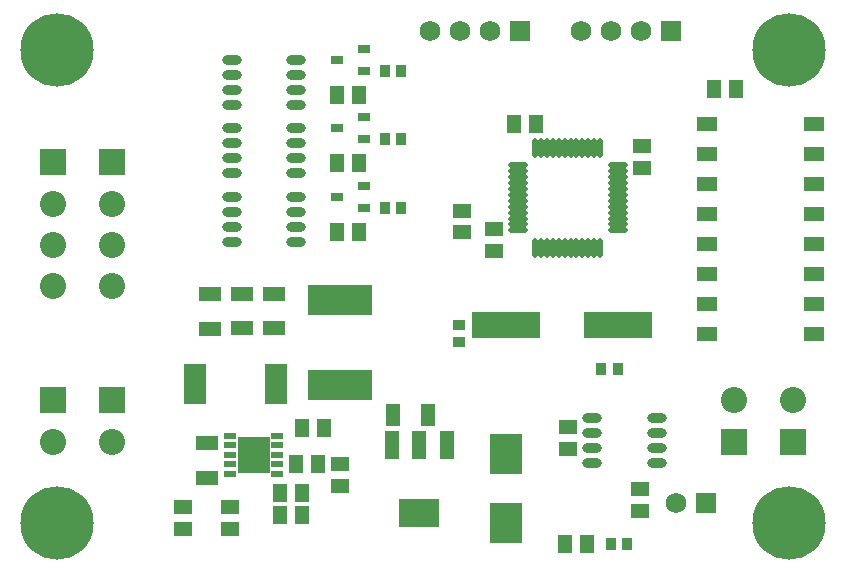
<source format=gts>
G04*
G04 #@! TF.GenerationSoftware,Altium Limited,Altium Designer,21.0.9 (235)*
G04*
G04 Layer_Color=8388736*
%FSLAX44Y44*%
%MOMM*%
G71*
G04*
G04 #@! TF.SameCoordinates,B8152D85-E12F-4961-801D-9DD34C180D21*
G04*
G04*
G04 #@! TF.FilePolarity,Negative*
G04*
G01*
G75*
%ADD38R,1.1532X1.5032*%
%ADD39R,1.8032X1.3032*%
%ADD40R,1.5032X1.1532*%
%ADD41R,0.9032X1.1032*%
%ADD42R,2.7032X3.3782*%
%ADD43R,2.7400X3.1400*%
%ADD44R,0.9900X0.4900*%
%ADD45R,1.9032X1.2532*%
%ADD46R,5.5372X2.6162*%
%ADD47R,3.4532X2.3532*%
%ADD48R,1.1532X2.3532*%
%ADD49R,5.7912X2.3114*%
%ADD50R,1.9032X3.3532*%
%ADD51R,1.1032X0.8032*%
%ADD52O,1.6532X0.8032*%
%ADD53R,1.1032X0.9032*%
%ADD54O,0.5032X1.6532*%
%ADD55O,1.6532X0.5032*%
%ADD56R,1.2532X1.9032*%
%ADD57C,1.7272*%
%ADD58R,1.7272X1.7272*%
%ADD59C,2.2032*%
%ADD60R,2.2032X2.2032*%
%ADD61C,6.2032*%
%ADD62C,0.8032*%
D38*
X610250Y402000D02*
D03*
X591750D02*
D03*
X242750Y115500D02*
D03*
X261250D02*
D03*
X290750Y281000D02*
D03*
X272250D02*
D03*
X272250Y339500D02*
D03*
X290750D02*
D03*
X272250Y397500D02*
D03*
X290750D02*
D03*
X237750Y85000D02*
D03*
X256250D02*
D03*
X465250Y17000D02*
D03*
X483750D02*
D03*
X242750Y41500D02*
D03*
X224250D02*
D03*
X242750Y60500D02*
D03*
X224250D02*
D03*
X441000Y373000D02*
D03*
X422500D02*
D03*
D39*
X585500Y372200D02*
D03*
Y346800D02*
D03*
Y321400D02*
D03*
Y296000D02*
D03*
Y270600D02*
D03*
Y245200D02*
D03*
Y219800D02*
D03*
Y194400D02*
D03*
X676500Y372200D02*
D03*
Y346800D02*
D03*
Y321400D02*
D03*
Y296000D02*
D03*
Y270600D02*
D03*
Y245200D02*
D03*
Y219800D02*
D03*
Y194400D02*
D03*
D40*
X467500Y116250D02*
D03*
Y97750D02*
D03*
X378000Y299250D02*
D03*
Y280750D02*
D03*
X181500Y48250D02*
D03*
Y29750D02*
D03*
X142000Y48250D02*
D03*
Y29750D02*
D03*
X274500Y85000D02*
D03*
Y66500D02*
D03*
X405000Y265250D02*
D03*
Y283750D02*
D03*
X530500Y354250D02*
D03*
Y335750D02*
D03*
X528500Y45250D02*
D03*
Y63750D02*
D03*
D41*
X518000Y17000D02*
D03*
X504000D02*
D03*
X312500Y301500D02*
D03*
X326500D02*
D03*
Y359500D02*
D03*
X312500D02*
D03*
X326500Y417500D02*
D03*
X312500D02*
D03*
X496000Y165500D02*
D03*
X510000D02*
D03*
D42*
X415500Y34790D02*
D03*
Y93210D02*
D03*
D43*
X201700Y92650D02*
D03*
D44*
X221450Y76649D02*
D03*
Y84650D02*
D03*
Y92650D02*
D03*
Y100650D02*
D03*
Y108650D02*
D03*
X181950Y76649D02*
D03*
Y84650D02*
D03*
Y92650D02*
D03*
Y100650D02*
D03*
Y108650D02*
D03*
D45*
X162000Y102750D02*
D03*
Y73250D02*
D03*
X164500Y228750D02*
D03*
Y199250D02*
D03*
X218500Y229000D02*
D03*
Y199500D02*
D03*
X192000Y229000D02*
D03*
Y199500D02*
D03*
D46*
X274850Y223650D02*
D03*
Y151250D02*
D03*
D47*
X342001Y43000D02*
D03*
D48*
X319000Y101000D02*
D03*
X342001D02*
D03*
X365001D02*
D03*
D49*
X415000Y202000D02*
D03*
X509996D02*
D03*
D50*
X151950Y152300D02*
D03*
X220950D02*
D03*
D51*
X272000Y311000D02*
D03*
X295000Y320500D02*
D03*
Y301500D02*
D03*
X272001Y427001D02*
D03*
X295000Y436500D02*
D03*
Y417500D02*
D03*
X272000Y369000D02*
D03*
X295000Y378500D02*
D03*
Y359500D02*
D03*
D52*
X237750Y388949D02*
D03*
Y401649D02*
D03*
Y414349D02*
D03*
Y427049D02*
D03*
X183250Y388949D02*
D03*
Y401649D02*
D03*
Y414349D02*
D03*
Y427049D02*
D03*
X543000Y85300D02*
D03*
Y98000D02*
D03*
Y110700D02*
D03*
Y123400D02*
D03*
X488500Y85300D02*
D03*
Y98000D02*
D03*
Y110700D02*
D03*
Y123400D02*
D03*
X237750Y272950D02*
D03*
Y285650D02*
D03*
Y298350D02*
D03*
Y311050D02*
D03*
X183251Y272950D02*
D03*
Y285650D02*
D03*
Y298350D02*
D03*
Y311050D02*
D03*
X237750Y330950D02*
D03*
Y343650D02*
D03*
Y356350D02*
D03*
Y369050D02*
D03*
X183250Y330950D02*
D03*
Y343650D02*
D03*
Y356350D02*
D03*
Y369050D02*
D03*
D53*
X375500Y188000D02*
D03*
Y202000D02*
D03*
D54*
X440000Y267750D02*
D03*
X445000Y267750D02*
D03*
X450000Y267750D02*
D03*
X455000D02*
D03*
X460000D02*
D03*
X465000D02*
D03*
X470000D02*
D03*
X475000D02*
D03*
X480000D02*
D03*
X485000D02*
D03*
X490000D02*
D03*
X495000D02*
D03*
Y352250D02*
D03*
X490000D02*
D03*
X485000D02*
D03*
X480000D02*
D03*
X475000D02*
D03*
X470000D02*
D03*
X465000D02*
D03*
X460000D02*
D03*
X455000D02*
D03*
X450000D02*
D03*
X445000D02*
D03*
X440000D02*
D03*
D55*
X509750Y282500D02*
D03*
Y287500D02*
D03*
X509750Y292500D02*
D03*
Y297500D02*
D03*
Y302500D02*
D03*
Y307500D02*
D03*
X509750Y312500D02*
D03*
Y317500D02*
D03*
X509750Y322500D02*
D03*
X509750Y327500D02*
D03*
Y332500D02*
D03*
Y337500D02*
D03*
X425250D02*
D03*
Y332500D02*
D03*
Y327500D02*
D03*
Y322500D02*
D03*
Y317500D02*
D03*
Y312500D02*
D03*
Y307500D02*
D03*
Y302500D02*
D03*
Y297500D02*
D03*
Y292500D02*
D03*
Y287500D02*
D03*
Y282500D02*
D03*
D56*
X319500Y126500D02*
D03*
X349000D02*
D03*
D57*
X504100Y451500D02*
D03*
X529500D02*
D03*
X478700D02*
D03*
X558900Y52000D02*
D03*
X351296Y451696D02*
D03*
X402095D02*
D03*
X376696D02*
D03*
D58*
X554900Y451500D02*
D03*
X584300Y52000D02*
D03*
X427495Y451696D02*
D03*
D59*
X608500Y138500D02*
D03*
X658500D02*
D03*
X32000Y103500D02*
D03*
X82000D02*
D03*
X32000Y270000D02*
D03*
Y305000D02*
D03*
X82000D02*
D03*
Y270000D02*
D03*
Y235000D02*
D03*
X32000D02*
D03*
D60*
X608500Y103500D02*
D03*
X658500D02*
D03*
X32000Y138500D02*
D03*
X82000D02*
D03*
X32000Y340000D02*
D03*
X82000D02*
D03*
D61*
X35000Y435000D02*
D03*
X655000D02*
D03*
X35000Y35000D02*
D03*
X655000D02*
D03*
D62*
X201950Y81650D02*
D03*
X210450D02*
D03*
X192950D02*
D03*
X201950Y92650D02*
D03*
X210450Y92651D02*
D03*
X192950Y92650D02*
D03*
Y103650D02*
D03*
X210450D02*
D03*
X201950D02*
D03*
M02*

</source>
